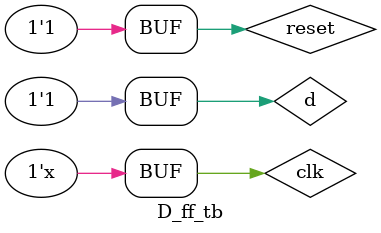
<source format=v>
module D_ff (d,clk,q,q_bar,reset);
 
input d;
input clk;
input reset;
 
output q;
output q_bar;
 
reg q;
 
assign q_bar = ~q;
 
always @(posedge clk)
begin
if (reset) begin
q<=1'b0;
end
else begin
q<=d;
end
end
endmodule

//testbench
module D_ff_tb;
 
reg clk;
reg reset;
reg d;
 
wire q;
wire qb;
 
D_ff dflipflop( .clk(clk), .reset(reset), .d(d), .q(q), .q_bar(qb) );
 
initial begin
$monitor(clk,d,q,qb,reset);
 
d = 1'b0;
reset = 1;
clk=1;
 
#10
reset=0;
d=1'b1;
 
#100
reset=0;
d=1'b0;
 
#100
reset=0;
d=1'b0;
 
#100
reset=0;
d=1'b1;
 
#100
reset=1;
d=1'b1;
 
end
always #25 clk <= ~clk;
 
endmodule
</source>
